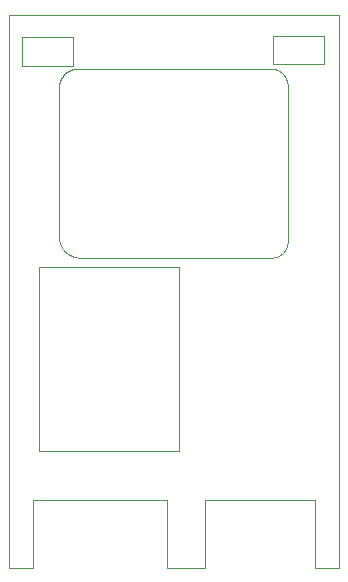
<source format=gbp>
G75*
%MOIN*%
%OFA0B0*%
%FSLAX25Y25*%
%IPPOS*%
%LPD*%
%AMOC8*
5,1,8,0,0,1.08239X$1,22.5*
%
%ADD10C,0.00400*%
%ADD11C,0.00394*%
D10*
X0001200Y0001200D02*
X0001200Y0185528D01*
X0111257Y0185528D01*
X0111257Y0001200D01*
X0103247Y0001200D01*
X0103247Y0023877D01*
X0066712Y0023877D01*
X0066712Y0001200D01*
X0053798Y0001200D01*
X0053798Y0023877D01*
X0009389Y0023877D01*
X0009389Y0001200D01*
X0001200Y0001200D01*
X0011279Y0039940D02*
X0011279Y0101357D01*
X0057893Y0101357D01*
X0057893Y0039940D01*
X0011279Y0039940D01*
D11*
X0024822Y0104507D02*
X0088759Y0104507D01*
X0088904Y0104509D01*
X0089049Y0104515D01*
X0089194Y0104525D01*
X0089338Y0104538D01*
X0089482Y0104556D01*
X0089625Y0104578D01*
X0089768Y0104603D01*
X0089910Y0104632D01*
X0090051Y0104665D01*
X0090191Y0104702D01*
X0090331Y0104743D01*
X0090469Y0104787D01*
X0090605Y0104835D01*
X0090741Y0104887D01*
X0090875Y0104943D01*
X0091007Y0105002D01*
X0091138Y0105064D01*
X0091267Y0105131D01*
X0091394Y0105200D01*
X0091519Y0105273D01*
X0091642Y0105350D01*
X0091764Y0105430D01*
X0091882Y0105513D01*
X0091999Y0105599D01*
X0092113Y0105688D01*
X0092225Y0105780D01*
X0092334Y0105876D01*
X0092441Y0105974D01*
X0092545Y0106075D01*
X0092646Y0106179D01*
X0092744Y0106286D01*
X0092840Y0106395D01*
X0092932Y0106507D01*
X0093021Y0106621D01*
X0093107Y0106738D01*
X0093190Y0106856D01*
X0093270Y0106978D01*
X0093347Y0107101D01*
X0093420Y0107226D01*
X0093489Y0107353D01*
X0093556Y0107482D01*
X0093618Y0107613D01*
X0093677Y0107745D01*
X0093733Y0107879D01*
X0093785Y0108015D01*
X0093833Y0108151D01*
X0093877Y0108289D01*
X0093918Y0108429D01*
X0093955Y0108569D01*
X0093988Y0108710D01*
X0094017Y0108852D01*
X0094042Y0108995D01*
X0094064Y0109138D01*
X0094082Y0109282D01*
X0094095Y0109426D01*
X0094105Y0109571D01*
X0094111Y0109716D01*
X0094113Y0109861D01*
X0094113Y0161830D01*
X0089389Y0169074D02*
X0089389Y0178523D01*
X0106397Y0178523D01*
X0106397Y0169074D01*
X0089389Y0169074D01*
X0088444Y0167499D02*
X0024192Y0167499D01*
X0022617Y0168444D02*
X0005609Y0168444D01*
X0005609Y0177893D01*
X0022617Y0177893D01*
X0022617Y0168444D01*
X0024192Y0167499D02*
X0024035Y0167497D01*
X0023878Y0167491D01*
X0023721Y0167481D01*
X0023565Y0167468D01*
X0023409Y0167450D01*
X0023253Y0167429D01*
X0023098Y0167403D01*
X0022944Y0167374D01*
X0022790Y0167341D01*
X0022638Y0167304D01*
X0022486Y0167264D01*
X0022335Y0167219D01*
X0022186Y0167171D01*
X0022038Y0167119D01*
X0021891Y0167064D01*
X0021745Y0167004D01*
X0021601Y0166942D01*
X0021459Y0166875D01*
X0021318Y0166805D01*
X0021179Y0166732D01*
X0021042Y0166655D01*
X0020907Y0166575D01*
X0020775Y0166491D01*
X0020644Y0166404D01*
X0020515Y0166314D01*
X0020389Y0166221D01*
X0020265Y0166125D01*
X0020143Y0166025D01*
X0020024Y0165923D01*
X0019908Y0165817D01*
X0019794Y0165709D01*
X0019683Y0165598D01*
X0019575Y0165484D01*
X0019469Y0165368D01*
X0019367Y0165249D01*
X0019267Y0165127D01*
X0019171Y0165003D01*
X0019078Y0164877D01*
X0018988Y0164748D01*
X0018901Y0164617D01*
X0018817Y0164485D01*
X0018737Y0164349D01*
X0018660Y0164213D01*
X0018587Y0164074D01*
X0018517Y0163933D01*
X0018450Y0163791D01*
X0018388Y0163647D01*
X0018328Y0163501D01*
X0018273Y0163354D01*
X0018221Y0163206D01*
X0018173Y0163057D01*
X0018128Y0162906D01*
X0018088Y0162754D01*
X0018051Y0162602D01*
X0018018Y0162448D01*
X0017989Y0162294D01*
X0017963Y0162139D01*
X0017942Y0161983D01*
X0017924Y0161827D01*
X0017911Y0161671D01*
X0017901Y0161514D01*
X0017895Y0161357D01*
X0017893Y0161200D01*
X0017893Y0111436D01*
X0017895Y0111269D01*
X0017901Y0111101D01*
X0017911Y0110934D01*
X0017925Y0110767D01*
X0017944Y0110601D01*
X0017966Y0110435D01*
X0017992Y0110269D01*
X0018022Y0110105D01*
X0018056Y0109941D01*
X0018094Y0109778D01*
X0018136Y0109616D01*
X0018182Y0109455D01*
X0018232Y0109295D01*
X0018286Y0109136D01*
X0018343Y0108979D01*
X0018405Y0108823D01*
X0018470Y0108669D01*
X0018538Y0108516D01*
X0018611Y0108365D01*
X0018687Y0108216D01*
X0018766Y0108069D01*
X0018849Y0107923D01*
X0018936Y0107780D01*
X0019026Y0107639D01*
X0019120Y0107500D01*
X0019216Y0107363D01*
X0019316Y0107229D01*
X0019420Y0107097D01*
X0019526Y0106968D01*
X0019636Y0106841D01*
X0019748Y0106717D01*
X0019864Y0106596D01*
X0019982Y0106478D01*
X0020103Y0106362D01*
X0020227Y0106250D01*
X0020354Y0106140D01*
X0020483Y0106034D01*
X0020615Y0105930D01*
X0020749Y0105830D01*
X0020886Y0105734D01*
X0021025Y0105640D01*
X0021166Y0105550D01*
X0021309Y0105463D01*
X0021455Y0105380D01*
X0021602Y0105301D01*
X0021751Y0105225D01*
X0021902Y0105152D01*
X0022055Y0105084D01*
X0022209Y0105019D01*
X0022365Y0104957D01*
X0022522Y0104900D01*
X0022681Y0104846D01*
X0022841Y0104796D01*
X0023002Y0104750D01*
X0023164Y0104708D01*
X0023327Y0104670D01*
X0023491Y0104636D01*
X0023655Y0104606D01*
X0023821Y0104580D01*
X0023987Y0104558D01*
X0024153Y0104539D01*
X0024320Y0104525D01*
X0024487Y0104515D01*
X0024655Y0104509D01*
X0024822Y0104507D01*
X0088444Y0167499D02*
X0088592Y0167497D01*
X0088741Y0167491D01*
X0088889Y0167482D01*
X0089037Y0167468D01*
X0089184Y0167451D01*
X0089331Y0167429D01*
X0089477Y0167404D01*
X0089623Y0167375D01*
X0089767Y0167342D01*
X0089911Y0167306D01*
X0090054Y0167266D01*
X0090196Y0167222D01*
X0090336Y0167174D01*
X0090476Y0167122D01*
X0090613Y0167067D01*
X0090750Y0167009D01*
X0090885Y0166947D01*
X0091018Y0166881D01*
X0091149Y0166812D01*
X0091279Y0166739D01*
X0091406Y0166664D01*
X0091532Y0166584D01*
X0091655Y0166502D01*
X0091776Y0166416D01*
X0091895Y0166328D01*
X0092012Y0166236D01*
X0092126Y0166141D01*
X0092237Y0166043D01*
X0092346Y0165942D01*
X0092453Y0165839D01*
X0092556Y0165732D01*
X0092657Y0165623D01*
X0092755Y0165512D01*
X0092850Y0165398D01*
X0092942Y0165281D01*
X0093030Y0165162D01*
X0093116Y0165041D01*
X0093198Y0164918D01*
X0093278Y0164792D01*
X0093353Y0164665D01*
X0093426Y0164535D01*
X0093495Y0164404D01*
X0093561Y0164271D01*
X0093623Y0164136D01*
X0093681Y0163999D01*
X0093736Y0163862D01*
X0093788Y0163722D01*
X0093836Y0163582D01*
X0093880Y0163440D01*
X0093920Y0163297D01*
X0093956Y0163153D01*
X0093989Y0163009D01*
X0094018Y0162863D01*
X0094043Y0162717D01*
X0094065Y0162570D01*
X0094082Y0162423D01*
X0094096Y0162275D01*
X0094105Y0162127D01*
X0094111Y0161978D01*
X0094113Y0161830D01*
M02*

</source>
